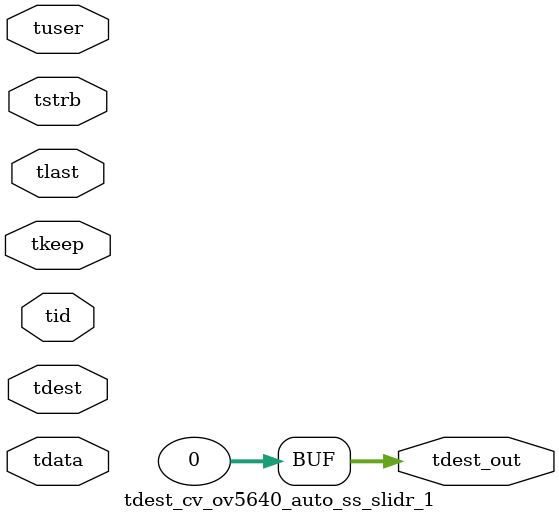
<source format=v>


`timescale 1ps/1ps

module tdest_cv_ov5640_auto_ss_slidr_1 #
(
parameter C_S_AXIS_TDATA_WIDTH = 32,
parameter C_S_AXIS_TUSER_WIDTH = 0,
parameter C_S_AXIS_TID_WIDTH   = 0,
parameter C_S_AXIS_TDEST_WIDTH = 0,
parameter C_M_AXIS_TDEST_WIDTH = 32
)
(
input  [(C_S_AXIS_TDATA_WIDTH == 0 ? 1 : C_S_AXIS_TDATA_WIDTH)-1:0     ] tdata,
input  [(C_S_AXIS_TUSER_WIDTH == 0 ? 1 : C_S_AXIS_TUSER_WIDTH)-1:0     ] tuser,
input  [(C_S_AXIS_TID_WIDTH   == 0 ? 1 : C_S_AXIS_TID_WIDTH)-1:0       ] tid,
input  [(C_S_AXIS_TDEST_WIDTH == 0 ? 1 : C_S_AXIS_TDEST_WIDTH)-1:0     ] tdest,
input  [(C_S_AXIS_TDATA_WIDTH/8)-1:0 ] tkeep,
input  [(C_S_AXIS_TDATA_WIDTH/8)-1:0 ] tstrb,
input                                                                    tlast,
output [C_M_AXIS_TDEST_WIDTH-1:0] tdest_out
);

assign tdest_out = {1'b0};

endmodule


</source>
